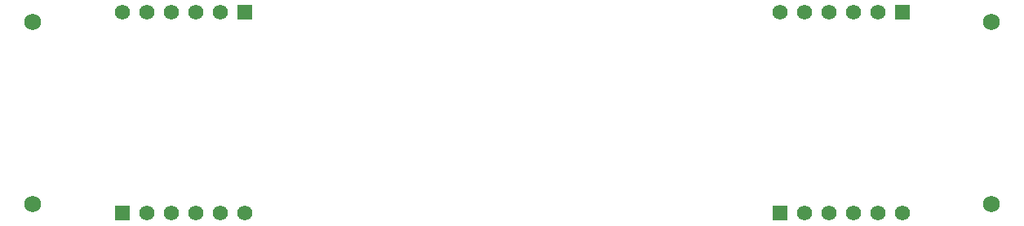
<source format=gts>
G04*
G04 #@! TF.GenerationSoftware,Altium Limited,Altium Designer,24.0.1 (36)*
G04*
G04 Layer_Color=8388736*
%FSLAX44Y44*%
%MOMM*%
G71*
G04*
G04 #@! TF.SameCoordinates,3286AFAA-96A6-431E-A46C-018934649B0F*
G04*
G04*
G04 #@! TF.FilePolarity,Negative*
G04*
G01*
G75*
%ADD13C,1.5700*%
%ADD14R,1.5700X1.5700*%
%ADD15C,1.7272*%
D13*
X269700Y40600D02*
D03*
X244300D02*
D03*
X218900D02*
D03*
X193500D02*
D03*
X168100D02*
D03*
X825100Y249400D02*
D03*
X850500D02*
D03*
X875900D02*
D03*
X901300D02*
D03*
X926700D02*
D03*
X142700D02*
D03*
X168100D02*
D03*
X193500D02*
D03*
X218900D02*
D03*
X244300D02*
D03*
X850500Y40600D02*
D03*
X875900D02*
D03*
X901300D02*
D03*
X926700D02*
D03*
X952100D02*
D03*
D14*
X142700D02*
D03*
X952100Y249400D02*
D03*
X269700D02*
D03*
X825100Y40600D02*
D03*
D15*
X50000Y240000D02*
D03*
Y50000D02*
D03*
X1044800Y240000D02*
D03*
Y50000D02*
D03*
M02*

</source>
